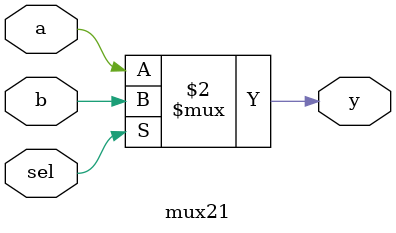
<source format=v>
`timescale 1ns / 1ps


module mux21(
    input a,b, sel,
    output y
    );
    
    assign y = (sel == 1'b0) ? a : b;
    
endmodule

</source>
